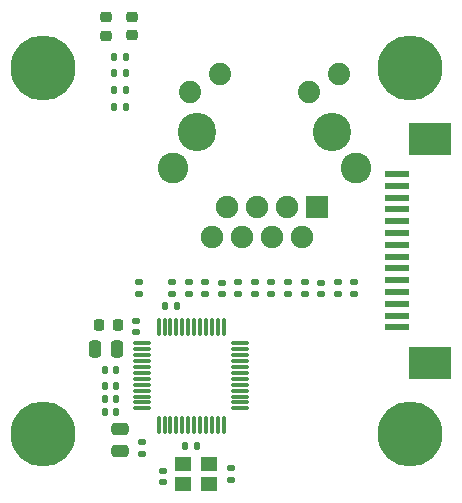
<source format=gbr>
%TF.GenerationSoftware,KiCad,Pcbnew,8.0.3*%
%TF.CreationDate,2024-11-11T17:41:13-05:00*%
%TF.ProjectId,Ethernet HAT,45746865-726e-4657-9420-4841542e6b69,rev?*%
%TF.SameCoordinates,Original*%
%TF.FileFunction,Soldermask,Top*%
%TF.FilePolarity,Negative*%
%FSLAX46Y46*%
G04 Gerber Fmt 4.6, Leading zero omitted, Abs format (unit mm)*
G04 Created by KiCad (PCBNEW 8.0.3) date 2024-11-11 17:41:13*
%MOMM*%
%LPD*%
G01*
G04 APERTURE LIST*
G04 Aperture macros list*
%AMRoundRect*
0 Rectangle with rounded corners*
0 $1 Rounding radius*
0 $2 $3 $4 $5 $6 $7 $8 $9 X,Y pos of 4 corners*
0 Add a 4 corners polygon primitive as box body*
4,1,4,$2,$3,$4,$5,$6,$7,$8,$9,$2,$3,0*
0 Add four circle primitives for the rounded corners*
1,1,$1+$1,$2,$3*
1,1,$1+$1,$4,$5*
1,1,$1+$1,$6,$7*
1,1,$1+$1,$8,$9*
0 Add four rect primitives between the rounded corners*
20,1,$1+$1,$2,$3,$4,$5,0*
20,1,$1+$1,$4,$5,$6,$7,0*
20,1,$1+$1,$6,$7,$8,$9,0*
20,1,$1+$1,$8,$9,$2,$3,0*%
G04 Aperture macros list end*
%ADD10RoundRect,0.135000X0.185000X-0.135000X0.185000X0.135000X-0.185000X0.135000X-0.185000X-0.135000X0*%
%ADD11RoundRect,0.135000X-0.135000X-0.185000X0.135000X-0.185000X0.135000X0.185000X-0.135000X0.185000X0*%
%ADD12RoundRect,0.218750X-0.218750X-0.256250X0.218750X-0.256250X0.218750X0.256250X-0.218750X0.256250X0*%
%ADD13RoundRect,0.075000X-0.075000X0.662500X-0.075000X-0.662500X0.075000X-0.662500X0.075000X0.662500X0*%
%ADD14RoundRect,0.075000X-0.662500X0.075000X-0.662500X-0.075000X0.662500X-0.075000X0.662500X0.075000X0*%
%ADD15RoundRect,0.250000X0.250000X0.475000X-0.250000X0.475000X-0.250000X-0.475000X0.250000X-0.475000X0*%
%ADD16RoundRect,0.218750X-0.256250X0.218750X-0.256250X-0.218750X0.256250X-0.218750X0.256250X0.218750X0*%
%ADD17RoundRect,0.140000X0.140000X0.170000X-0.140000X0.170000X-0.140000X-0.170000X0.140000X-0.170000X0*%
%ADD18RoundRect,0.140000X-0.170000X0.140000X-0.170000X-0.140000X0.170000X-0.140000X0.170000X0.140000X0*%
%ADD19C,5.500000*%
%ADD20RoundRect,0.140000X0.170000X-0.140000X0.170000X0.140000X-0.170000X0.140000X-0.170000X-0.140000X0*%
%ADD21RoundRect,0.250000X-0.475000X0.250000X-0.475000X-0.250000X0.475000X-0.250000X0.475000X0.250000X0*%
%ADD22R,2.000000X0.610000*%
%ADD23R,3.600000X2.680000*%
%ADD24R,1.400000X1.200000*%
%ADD25C,3.250000*%
%ADD26C,1.890000*%
%ADD27R,1.900000X1.900000*%
%ADD28C,1.900000*%
%ADD29C,2.600000*%
G04 APERTURE END LIST*
D10*
%TO.C,R7*%
X155200000Y-103710000D03*
X155200000Y-102690000D03*
%TD*%
D11*
%TO.C,R14*%
X140502500Y-85000000D03*
X141522500Y-85000000D03*
%TD*%
D12*
%TO.C,L1*%
X139212500Y-106300000D03*
X140787500Y-106300000D03*
%TD*%
D13*
%TO.C,U1*%
X149750000Y-106437500D03*
X149250000Y-106437500D03*
X148750000Y-106437500D03*
X148250000Y-106437500D03*
X147750000Y-106437500D03*
X147250000Y-106437500D03*
X146750000Y-106437500D03*
X146250000Y-106437500D03*
X145750000Y-106437500D03*
X145250000Y-106437500D03*
X144750000Y-106437500D03*
X144250000Y-106437500D03*
D14*
X142837500Y-107850000D03*
X142837500Y-108350000D03*
X142837500Y-108850000D03*
X142837500Y-109350000D03*
X142837500Y-109850000D03*
X142837500Y-110350000D03*
X142837500Y-110850000D03*
X142837500Y-111350000D03*
X142837500Y-111850000D03*
X142837500Y-112350000D03*
X142837500Y-112850000D03*
X142837500Y-113350000D03*
D13*
X144250000Y-114762500D03*
X144750000Y-114762500D03*
X145250000Y-114762500D03*
X145750000Y-114762500D03*
X146250000Y-114762500D03*
X146750000Y-114762500D03*
X147250000Y-114762500D03*
X147750000Y-114762500D03*
X148250000Y-114762500D03*
X148750000Y-114762500D03*
X149250000Y-114762500D03*
X149750000Y-114762500D03*
D14*
X151162500Y-113350000D03*
X151162500Y-112850000D03*
X151162500Y-112350000D03*
X151162500Y-111850000D03*
X151162500Y-111350000D03*
X151162500Y-110850000D03*
X151162500Y-110350000D03*
X151162500Y-109850000D03*
X151162500Y-109350000D03*
X151162500Y-108850000D03*
X151162500Y-108350000D03*
X151162500Y-107850000D03*
%TD*%
D15*
%TO.C,C7*%
X140750000Y-108300000D03*
X138850000Y-108300000D03*
%TD*%
D16*
%TO.C,D2*%
X139800000Y-80212500D03*
X139800000Y-81787500D03*
%TD*%
D10*
%TO.C,R15*%
X148200000Y-103710000D03*
X148200000Y-102690000D03*
%TD*%
D11*
%TO.C,R10*%
X140490000Y-86400000D03*
X141510000Y-86400000D03*
%TD*%
D17*
%TO.C,C5*%
X140680000Y-111500000D03*
X139720000Y-111500000D03*
%TD*%
D10*
%TO.C,R16*%
X146800000Y-103710000D03*
X146800000Y-102690000D03*
%TD*%
D11*
%TO.C,R11*%
X140490000Y-87800000D03*
X141510000Y-87800000D03*
%TD*%
D17*
%TO.C,C8*%
X140680000Y-110100000D03*
X139720000Y-110100000D03*
%TD*%
D10*
%TO.C,R5*%
X152400000Y-103710000D03*
X152400000Y-102690000D03*
%TD*%
D18*
%TO.C,C3*%
X149600000Y-102720000D03*
X149600000Y-103680000D03*
%TD*%
D11*
%TO.C,R13*%
X140490000Y-83600000D03*
X141510000Y-83600000D03*
%TD*%
D17*
%TO.C,C6*%
X140680000Y-113700000D03*
X139720000Y-113700000D03*
%TD*%
D18*
%TO.C,C2*%
X150400000Y-118420000D03*
X150400000Y-119380000D03*
%TD*%
D11*
%TO.C,R1*%
X146490000Y-116500000D03*
X147510000Y-116500000D03*
%TD*%
D19*
%TO.C,H2*%
X165500000Y-115500000D03*
%TD*%
D20*
%TO.C,C11*%
X142300000Y-106880000D03*
X142300000Y-105920000D03*
%TD*%
D10*
%TO.C,R3*%
X159400000Y-103710000D03*
X159400000Y-102690000D03*
%TD*%
%TO.C,R17*%
X151000000Y-103710000D03*
X151000000Y-102690000D03*
%TD*%
%TO.C,R4*%
X145400000Y-103710000D03*
X145400000Y-102690000D03*
%TD*%
D18*
%TO.C,C4*%
X158000000Y-102720000D03*
X158000000Y-103680000D03*
%TD*%
D19*
%TO.C,H4*%
X165500000Y-84500000D03*
%TD*%
D16*
%TO.C,D1*%
X141990000Y-80200000D03*
X141990000Y-81775000D03*
%TD*%
D19*
%TO.C,H1*%
X134500000Y-84500000D03*
%TD*%
D10*
%TO.C,R2*%
X153800000Y-103710000D03*
X153800000Y-102690000D03*
%TD*%
D21*
%TO.C,C14*%
X141000000Y-115100000D03*
X141000000Y-117000000D03*
%TD*%
D10*
%TO.C,R12*%
X156600000Y-103710000D03*
X156600000Y-102690000D03*
%TD*%
D19*
%TO.C,H3*%
X134500000Y-115500000D03*
%TD*%
D17*
%TO.C,C13*%
X140680000Y-112600000D03*
X139720000Y-112600000D03*
%TD*%
%TO.C,C12*%
X145780000Y-104700000D03*
X144820000Y-104700000D03*
%TD*%
D10*
%TO.C,R6*%
X160800000Y-103710000D03*
X160800000Y-102690000D03*
%TD*%
D22*
%TO.C,J2*%
X164400000Y-106500000D03*
X164400000Y-105500000D03*
X164400000Y-104500000D03*
X164400000Y-103500000D03*
X164400000Y-102500000D03*
X164400000Y-101500000D03*
X164400000Y-100500000D03*
X164400000Y-99500000D03*
X164400000Y-98500000D03*
X164400000Y-97500000D03*
X164400000Y-96500000D03*
X164400000Y-95500000D03*
X164400000Y-94500000D03*
X164400000Y-93500000D03*
D23*
X167200000Y-109490000D03*
X167200000Y-90510000D03*
%TD*%
D10*
%TO.C,R8*%
X142600000Y-103710000D03*
X142600000Y-102690000D03*
%TD*%
D18*
%TO.C,C15*%
X142800000Y-116220000D03*
X142800000Y-117180000D03*
%TD*%
%TO.C,C1*%
X144600000Y-118620000D03*
X144600000Y-119580000D03*
%TD*%
D24*
%TO.C,Y1*%
X148500000Y-118050000D03*
X146300000Y-118050000D03*
X146300000Y-119750000D03*
X148500000Y-119750000D03*
%TD*%
D25*
%TO.C,J1*%
X158940000Y-89950000D03*
X147510000Y-89950000D03*
D26*
X146900000Y-86570000D03*
X149440000Y-85050000D03*
X157010000Y-86570000D03*
X159550000Y-85050000D03*
D27*
X157670000Y-96290000D03*
D28*
X156400000Y-98830000D03*
X155130000Y-96290000D03*
X153860000Y-98830000D03*
X152590000Y-96290000D03*
X151320000Y-98830000D03*
X150050000Y-96290000D03*
X148780000Y-98830000D03*
D29*
X161000000Y-93000000D03*
X145450000Y-93000000D03*
%TD*%
M02*

</source>
